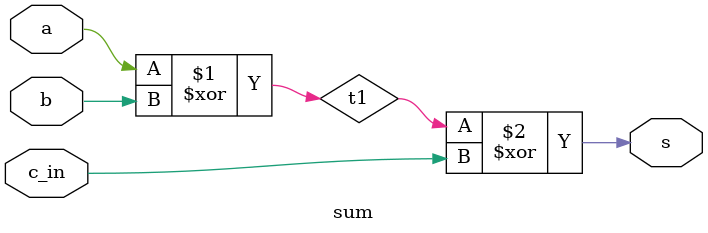
<source format=v>
`timescale 1ns / 1ps
module sum(
    input a,
    input b,
    input c_in,
    output s
    );
wire t1;
xor g1 (t1,a,b);
xor g2 (s,t1,c_in);


endmodule

</source>
